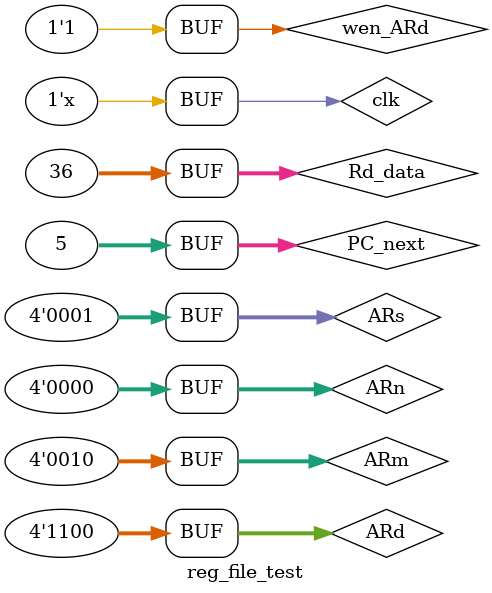
<source format=sv>
module reg_file_test();

logic clk;
logic wen_ARd;
logic [3:0] ARn, ARs, ARm, ARd;
logic [31:0] Rn, Rs, Rm, Rd, Rd_data, PC_out, PC_next;

reg_file reg_file_tst(clk, wen_ARd, ARn, ARs, ARm, ARd, Rn, Rs, Rm, Rd, Rd_data, PC_out, PC_next);

always begin 
 #1 clk = ~clk;
end

initial begin
	clk = 0;
	wen_ARd = 0;
	ARn = 0;
	ARs = 1;
	ARm = 2;
	ARd = 3;
	Rd_data = 0;
	PC_next = 0;
	
	#10 wen_ARd = 1;
	Rd_data = 356;
	PC_next = 12;
	ARd = 15;
	
	#10 PC_next = PC_out + 4;
	
	#10 wen_ARd = 0;
	Rd_data = 356;
	PC_next = 10;
	ARd = 15;

	#10 wen_ARd = 1;
	Rd_data = 36;
	PC_next = 5;
	ARd = 12;

end

endmodule
</source>
